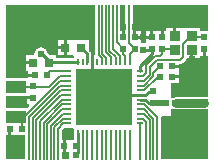
<source format=gtl>
G04 Layer_Physical_Order=1*
G04 Layer_Color=255*
%FSLAX24Y24*%
%MOIN*%
G70*
G01*
G75*
%ADD10R,0.0197X0.0236*%
%ADD11R,0.0374X0.0335*%
%ADD12R,0.0236X0.0197*%
%ADD13R,0.0256X0.0197*%
%ADD14R,0.0295X0.0315*%
%ADD15R,0.0709X0.0394*%
%ADD16R,0.0300X0.0300*%
%ADD17O,0.0256X0.0079*%
%ADD18O,0.0079X0.0256*%
%ADD19R,0.1850X0.1850*%
%ADD20C,0.0090*%
%ADD21C,0.0060*%
%ADD22C,0.0300*%
%ADD23C,0.0080*%
%ADD24C,0.0200*%
%ADD25C,0.0100*%
%ADD26C,0.0240*%
%ADD27C,0.0260*%
G36*
X-2578Y33D02*
X-2380D01*
Y-67D01*
X-2578D01*
Y-235D01*
X-2501D01*
X-2482Y-281D01*
X-2546Y-345D01*
X-3280D01*
Y45D01*
X-2578D01*
Y33D01*
D02*
G37*
G36*
X3392Y1395D02*
X3460D01*
Y3D01*
X3354D01*
X3347Y3D01*
X2400D01*
X2374Y1D01*
X2348Y-4D01*
X2323Y-12D01*
X2300Y-24D01*
X2258Y-5D01*
X2250Y3D01*
Y482D01*
X2495D01*
Y630D01*
X2277D01*
Y730D01*
X2495D01*
Y832D01*
X2495D01*
Y980D01*
X2277D01*
Y1080D01*
X2495D01*
Y1120D01*
X2542D01*
X2562Y1121D01*
X2582Y1126D01*
X2601Y1134D01*
X2618Y1145D01*
X2634Y1158D01*
X2734Y1258D01*
X2747Y1273D01*
X2758Y1291D01*
X2766Y1310D01*
X2767Y1316D01*
X2877D01*
Y1584D01*
X2977D01*
Y1316D01*
X3214D01*
Y1395D01*
X3292D01*
Y1613D01*
X3392D01*
Y1395D01*
D02*
G37*
G36*
X-1025Y-1025D02*
X-1003Y-1075D01*
X-1004Y-1080D01*
X-1006Y-1102D01*
Y-1152D01*
X-1010Y-1168D01*
X-1012Y-1191D01*
Y-1412D01*
X-1267D01*
Y-1610D01*
Y-1808D01*
X-1181D01*
X-1164Y-1825D01*
X-1148Y-1858D01*
X-1153Y-1873D01*
X-1159Y-1901D01*
X-1160Y-1930D01*
X-1159Y-1959D01*
X-1153Y-1987D01*
X-1149Y-2000D01*
X-1167Y-2036D01*
X-1182Y-2050D01*
X-1398D01*
Y-1808D01*
X-1367D01*
Y-1610D01*
Y-1412D01*
X-1398D01*
Y-1096D01*
X-1305Y-1003D01*
X-1301Y-1004D01*
X-1280Y-1006D01*
X-1102D01*
X-1080Y-1004D01*
X-1075Y-1003D01*
X-1025Y-1025D01*
D02*
G37*
G36*
X-3087Y-1258D02*
X-2620D01*
Y-2050D01*
X-3280D01*
Y-1258D01*
X-3187D01*
Y-1060D01*
X-3087D01*
Y-1258D01*
D02*
G37*
G36*
X2323Y-383D02*
X2348Y-391D01*
X2374Y-396D01*
X2400Y-398D01*
X3347D01*
X3354Y-397D01*
X3460D01*
Y-2050D01*
X1900D01*
Y-663D01*
X1944Y-630D01*
X2250D01*
Y-448D01*
X2251Y-398D01*
X2300Y-371D01*
X2323Y-383D01*
D02*
G37*
G36*
X-309Y1448D02*
X-333Y1427D01*
X-347Y1420D01*
X-400Y1438D01*
X-408Y1463D01*
X-413Y1485D01*
X-422Y1507D01*
X-434Y1526D01*
X-448Y1543D01*
X-505Y1600D01*
Y1918D01*
X-987D01*
X-1000Y1918D01*
X-1037D01*
X-1050Y1918D01*
X-1234D01*
Y1660D01*
Y1403D01*
X-1050D01*
X-1032Y1403D01*
X-1006Y1353D01*
X-1023Y1327D01*
X-1587D01*
Y1407D01*
X-1820D01*
X-1879Y1467D01*
X-1880Y1476D01*
X-1885Y1505D01*
X-1895Y1532D01*
X-1908Y1558D01*
X-1924Y1582D01*
X-1943Y1604D01*
X-1964Y1623D01*
X-1988Y1639D01*
X-2014Y1651D01*
X-2041Y1661D01*
X-2070Y1666D01*
X-2098Y1668D01*
X-2127Y1666D01*
X-2155Y1661D01*
X-2183Y1651D01*
X-2209Y1639D01*
X-2233Y1623D01*
X-2254Y1604D01*
X-2273Y1582D01*
X-2289Y1558D01*
X-2302Y1532D01*
X-2311Y1505D01*
X-2317Y1476D01*
X-2319Y1448D01*
X-2363Y1407D01*
X-2613D01*
Y1200D01*
X-2366D01*
Y1100D01*
X-2613D01*
Y893D01*
X-2515D01*
Y790D01*
X-2297D01*
Y690D01*
X-2515D01*
Y639D01*
X-3280D01*
Y3070D01*
X-309D01*
Y1448D01*
D02*
G37*
G36*
X711Y2226D02*
X702D01*
Y2008D01*
X602D01*
Y2226D01*
X552D01*
Y3070D01*
X711D01*
Y2226D01*
D02*
G37*
G36*
X3460Y2225D02*
X3214D01*
Y2304D01*
X2406D01*
Y2036D01*
X2306D01*
Y2304D01*
X2069D01*
Y2225D01*
X1992D01*
Y2007D01*
X1892D01*
Y2225D01*
X1642D01*
Y2007D01*
X1592D01*
Y1957D01*
X1393D01*
Y1838D01*
X1388Y1829D01*
X1343Y1798D01*
X1340Y1799D01*
X1312Y1801D01*
X1283Y1799D01*
X1280Y1798D01*
X1235Y1829D01*
X1230Y1838D01*
Y1957D01*
X1032D01*
Y2007D01*
X982D01*
Y2225D01*
X972D01*
Y3070D01*
X3460D01*
Y2225D01*
D02*
G37*
%LPC*%
G36*
X-1334Y1610D02*
X-1532D01*
Y1403D01*
X-1334D01*
Y1610D01*
D02*
G37*
G36*
Y1918D02*
X-1532D01*
Y1710D01*
X-1334D01*
Y1918D01*
D02*
G37*
G36*
X1542Y2225D02*
X1393D01*
Y2057D01*
X1542D01*
Y2225D01*
D02*
G37*
G36*
X1230Y2225D02*
X1082D01*
Y2057D01*
X1230D01*
Y2225D01*
D02*
G37*
%LPD*%
D10*
X1032Y2007D02*
D03*
Y1613D02*
D03*
X1942Y2007D02*
D03*
Y1613D02*
D03*
X1650Y-197D02*
D03*
Y197D02*
D03*
X1592Y2007D02*
D03*
Y1613D02*
D03*
X3342Y1613D02*
D03*
Y2007D02*
D03*
X-2380Y-17D02*
D03*
Y377D02*
D03*
X652Y1614D02*
D03*
Y2008D02*
D03*
D11*
X2356Y1584D02*
D03*
Y2036D02*
D03*
X2927D02*
D03*
Y1584D02*
D03*
D12*
X-2297Y740D02*
D03*
X-1903D02*
D03*
X1883Y680D02*
D03*
X2277D02*
D03*
X2277Y1030D02*
D03*
X1883D02*
D03*
X-3137Y-1060D02*
D03*
X-2743D02*
D03*
X-1317Y-1610D02*
D03*
X-923D02*
D03*
D13*
X2023Y-200D02*
D03*
X2397D02*
D03*
D14*
X-1834Y1150D02*
D03*
X-2366D02*
D03*
X-1284Y1660D02*
D03*
X-753D02*
D03*
D15*
X-2940Y342D02*
D03*
Y-642D02*
D03*
D16*
X3347Y-197D02*
D03*
D17*
X-1191Y866D02*
D03*
Y709D02*
D03*
Y551D02*
D03*
Y394D02*
D03*
Y236D02*
D03*
Y79D02*
D03*
Y-79D02*
D03*
Y-236D02*
D03*
Y-394D02*
D03*
Y-551D02*
D03*
Y-709D02*
D03*
Y-866D02*
D03*
X1191D02*
D03*
Y-709D02*
D03*
Y-551D02*
D03*
Y-394D02*
D03*
Y-236D02*
D03*
Y-79D02*
D03*
Y79D02*
D03*
Y236D02*
D03*
Y394D02*
D03*
Y551D02*
D03*
Y709D02*
D03*
Y866D02*
D03*
D18*
X-866Y-1191D02*
D03*
X-709D02*
D03*
X-551D02*
D03*
X-394D02*
D03*
X-236D02*
D03*
X-79D02*
D03*
X79D02*
D03*
X236D02*
D03*
X394D02*
D03*
X551D02*
D03*
X709D02*
D03*
X866D02*
D03*
Y1191D02*
D03*
X709D02*
D03*
X551D02*
D03*
X394D02*
D03*
X236D02*
D03*
X79D02*
D03*
X-79D02*
D03*
X-236D02*
D03*
X-394D02*
D03*
X-551D02*
D03*
X-709D02*
D03*
X-866D02*
D03*
D19*
X0Y0D02*
D03*
D20*
X-394Y1191D02*
Y1600D01*
Y866D02*
Y1191D01*
X-940Y-1930D02*
X-866Y-1856D01*
Y-1191D01*
X-2098Y1448D02*
X-2066D01*
X-1799Y1181D02*
X-870D01*
X-2066Y1448D02*
X-1799Y1181D01*
X1191Y-79D02*
X1378D01*
X1500Y-201D01*
X1653D01*
X1378Y80D02*
X1491Y193D01*
X1653D01*
X243Y80D02*
X1378D01*
X-551Y1191D02*
Y1440D01*
X-713Y1602D02*
X-551Y1440D01*
D21*
X1409Y813D02*
Y1079D01*
X2642Y1790D02*
X2858Y2007D01*
X2642Y1350D02*
Y1790D01*
X2858Y2007D02*
X3342D01*
X1191Y-709D02*
X1305D01*
X1409Y-813D01*
Y-2060D02*
Y-813D01*
X1191Y-2060D02*
Y-866D01*
X-1477Y709D02*
X-1191D01*
X-2658Y-642D02*
X-1465Y551D01*
X-1191D01*
X-2490Y-644D02*
X-1452Y394D01*
X-1191D01*
X-2370Y-694D02*
X-1440Y236D01*
X-1191D01*
X-2250Y-744D02*
X-1427Y79D01*
X-1191D01*
X-2129Y-794D02*
X-1414Y-79D01*
X-1191D01*
X-1769Y-943D02*
X-1377Y-551D01*
X-1191D01*
X-1649Y-992D02*
X-1365Y-709D01*
X-1191D01*
X-2009Y-843D02*
X-1401Y-236D01*
X-1191D01*
X-1889Y-893D02*
X-1389Y-394D01*
X-1191D01*
X1319Y-551D02*
X1529Y-762D01*
X1331Y-394D02*
X1650Y-713D01*
X1343Y-236D02*
X1770Y-663D01*
X-709Y-2060D02*
Y-1191D01*
X-236Y-2060D02*
Y-1191D01*
X-394Y-2060D02*
Y-1191D01*
X1191Y-236D02*
X1343D01*
X1191Y-394D02*
X1331D01*
X1770Y-2060D02*
Y-663D01*
X1650Y812D02*
X1841Y1002D01*
X1787Y680D02*
X1890D01*
X1191Y709D02*
X1305D01*
X1409Y813D01*
X1191Y551D02*
X1319D01*
X1529Y762D01*
X1191Y394D02*
X1331D01*
X1650Y713D01*
X1650Y812D01*
X1191Y236D02*
X1343D01*
X1787Y680D01*
X866Y-2060D02*
Y-1191D01*
X1529Y-2060D02*
Y-762D01*
X1191Y-551D02*
X1319D01*
X1650Y-2060D02*
Y-713D01*
X1529Y762D02*
Y1025D01*
X709Y-2060D02*
Y-1191D01*
X551Y-2060D02*
Y-1191D01*
X394Y-2060D02*
Y-1191D01*
X236Y-2060D02*
Y-1191D01*
X79Y-2060D02*
Y-1191D01*
X-79Y-2060D02*
Y-1191D01*
X-551Y-2060D02*
Y-1191D01*
X-1353Y-866D02*
X-1191D01*
X-1529Y-1042D02*
X-1353Y-866D01*
X-1529Y-2058D02*
Y-1042D01*
X-2490Y-2058D02*
Y-644D01*
X-2370Y-2058D02*
Y-694D01*
X-2129Y-2058D02*
Y-794D01*
X-2009Y-2058D02*
Y-843D01*
X-2250Y-2058D02*
Y-744D01*
X-1769Y-2058D02*
Y-943D01*
X-1889Y-2058D02*
Y-893D01*
X-1649Y-2058D02*
Y-992D01*
X-2940Y-642D02*
X-2658D01*
X-2743Y-1060D02*
Y-839D01*
X-2940Y-642D02*
X-2743Y-839D01*
X-2940Y342D02*
X-1844D01*
X-1477Y709D01*
X842Y1803D02*
X1032Y1613D01*
X842Y1803D02*
Y3080D01*
X79Y1191D02*
Y1326D01*
X236Y1191D02*
Y1338D01*
X551Y1191D02*
Y1364D01*
X1922Y1613D02*
X2298D01*
X1409Y1079D02*
X1700Y1370D01*
X1529Y1025D02*
X1754Y1250D01*
X2542D01*
X1700Y1370D02*
X1872D01*
X-79Y1191D02*
Y1313D01*
X394Y1191D02*
Y1351D01*
X1872Y1370D02*
X1941Y1440D01*
Y1610D01*
X2542Y1250D02*
X2642Y1350D01*
X866Y1191D02*
Y1448D01*
X1032Y1613D01*
X652Y1437D02*
Y1614D01*
Y1437D02*
X709Y1380D01*
Y1191D02*
Y1380D01*
X642Y1624D02*
X652Y1614D01*
X642Y1613D02*
Y1624D01*
X422Y1844D02*
Y3080D01*
Y1844D02*
X642Y1624D01*
X302Y1613D02*
Y3080D01*
Y1613D02*
X551Y1364D01*
X182Y1563D02*
Y3080D01*
Y1563D02*
X394Y1351D01*
X62Y1513D02*
Y3080D01*
Y1513D02*
X236Y1338D01*
X-58Y1463D02*
X79Y1326D01*
X-58Y1463D02*
Y3080D01*
X-178Y1413D02*
X-79Y1313D01*
X-178Y1413D02*
Y3080D01*
D22*
X2400Y-197D02*
X3347D01*
D23*
X-1783Y866D02*
X-1191D01*
X-1902Y748D02*
X-1783Y866D01*
D24*
X1650Y-199D02*
X2003D01*
D25*
X1312Y1580D02*
X1318Y1573D01*
X1592D02*
Y1613D01*
X1318Y1573D02*
X1592D01*
X1191Y880D02*
Y1059D01*
X1592Y1460D01*
Y1613D01*
D26*
X-388Y1600D02*
D03*
X2372Y138D02*
D03*
X-1840Y2920D02*
D03*
X2590Y1010D02*
D03*
Y680D02*
D03*
X-2620Y750D02*
D03*
X-1180Y-1181D02*
D03*
X-940Y-1930D02*
D03*
X2750Y-940D02*
D03*
X-1310Y-1940D02*
D03*
X-2720Y1150D02*
D03*
X-2098Y1448D02*
D03*
X-3160Y2920D02*
D03*
Y1490D02*
D03*
X-460Y2920D02*
D03*
X1312Y2920D02*
D03*
X1592Y2330D02*
D03*
X1942D02*
D03*
X1312Y2010D02*
D03*
X3282Y2920D02*
D03*
X2312Y2410D02*
D03*
X3342Y1293D02*
D03*
X3347Y133D02*
D03*
X2400Y-530D02*
D03*
X3347Y-527D02*
D03*
X2030Y-1890D02*
D03*
X3130D02*
D03*
X-3160Y-1930D02*
D03*
Y-1380D02*
D03*
X-2790Y-80D02*
D03*
X-1658Y1660D02*
D03*
X1052Y2330D02*
D03*
X1312Y1580D02*
D03*
X632Y2330D02*
D03*
X2932Y1273D02*
D03*
X-2130Y2240D02*
D03*
X-3160D02*
D03*
D27*
X-709Y709D02*
D03*
X-236D02*
D03*
X236D02*
D03*
X709D02*
D03*
X-709Y236D02*
D03*
X-236D02*
D03*
X236D02*
D03*
X709D02*
D03*
X-709Y-236D02*
D03*
X-236D02*
D03*
X236D02*
D03*
X709D02*
D03*
X-709Y-709D02*
D03*
X-236D02*
D03*
X236D02*
D03*
X709D02*
D03*
M02*

</source>
